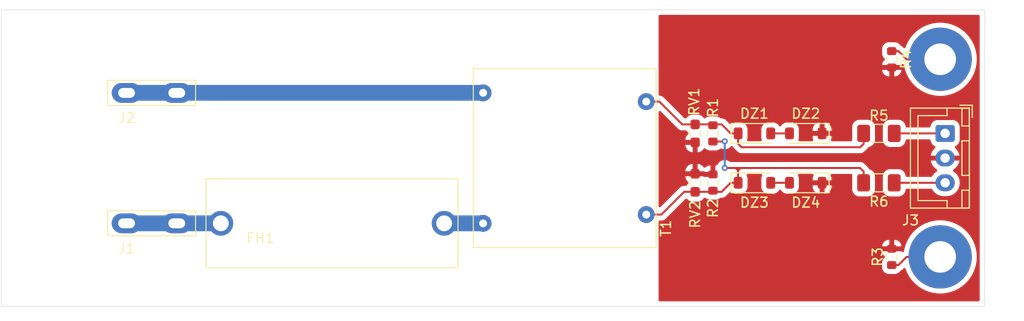
<source format=kicad_pcb>
(kicad_pcb (version 20240108) (generator "pcbnew") (generator_version "8.0")
  (layers (0 "F.Cu" signal) (31 "B.Cu" signal) (34 "B.Paste" user) (35 "F.Paste" user) (36 "B.SilkS" user "B.Silkscreen") (37 "F.SilkS" user "F.Silkscreen") (38 "B.Mask" user) (39 "F.Mask" user) (44 "Edge.Cuts" user))
  (net 0 "")
  (net 1 "Net-(DZ1-Pad2)")
  (net 2 "Net-(DZ1-Pad1)")
  (net 3 "GND")
  (net 4 "Net-(DZ3-Pad1)")
  (net 5 "Net-(DZ3-Pad2)")
  (net 6 "Net-(J3-Pin_1)")
  (net 7 "Net-(J3-Pin_3)")
  (net 8 "Net-(H3-Pad1)")
  (net 9 "Net-(H4-Pad1)")
  (net 10 "/HV_{L1}")
  (net 11 "/HV_{L}")
  (net 12 "/HV_{N}")
  (footprint "Koszalix_Transformers:PowerUC-TA1310-03" (layer "F.Cu") (at 132.745 99.605 90)
    (property "Reference" "T1" (at -0.5 18.5 90) (layer "F.SilkS"))
    (property "Value" "TA1310-03")
    (fp_rect (start -2.445 -0.995) (end 15.655 17.505) (stroke (width 0.1)) (fill none) (layer "F.SilkS"))
    (pad "1" thru_hole circle (at 0 0 90) (size 1.7 1.7) (drill 0.8) (layers "*.Cu" "*.Mask") (net 10 "/HV_{L1}"))
    (pad "2" thru_hole circle (at 13.21 0 90) (size 1.7 1.7) (drill 0.8) (layers "*.Cu" "*.Mask") (net 12 "/HV_{N}"))
    (pad "3" thru_hole circle (at 12.32 16.51 90) (size 1.7 1.7) (drill 0.8) (layers "*.Cu" "*.Mask") (net 2 "Net-(DZ1-Pad1)"))
    (pad "4" thru_hole circle (at 0.89 16.51 90) (size 1.7 1.7) (drill 0.8) (layers "*.Cu" "*.Mask") (net 4 "Net-(DZ3-Pad1)"))
  )
  (footprint "Koszalix_Connectors_Tab:TE-1-726388-2" (layer "F.Cu") (at 99.2 86.4)
    (property "Reference" "J2" (at -2.54 2.54 0) (layer "F.SilkS") (effects (font (thickness 0.1))))
    (property "Value" "~")
    (fp_rect (start -4.445 -1.27) (end 4.445 1.27) (stroke (width 0.1)) (fill none) (layer "F.SilkS"))
    (pad "1" thru_hole oval (at -2.54 0) (size 3 2) (drill oval 1.7 1) (layers "*.Cu" "*.Mask") (net 12 "/HV_{N}"))
    (pad "1" thru_hole oval (at 2.54 0) (size 3 2) (drill oval 1.7 1) (layers "*.Cu" "*.Mask") (net 12 "/HV_{N}"))
  )
  (footprint "Resistor_SMD:R_1206_3216Metric_Pad1.30x1.75mm_HandSolder" (layer "F.Cu") (at 172.8 95.5)
    (property "Reference" "R6" (at 0 1.9 0) (layer "F.SilkS"))
    (property "Value" "0R")
    (fp_line (start -0.727064 -0.91) (end 0.727064 -0.91) (stroke (width 0.12)) (layer "F.SilkS"))
    (fp_line (start -0.727064 0.91) (end 0.727064 0.91) (stroke (width 0.12)) (layer "F.SilkS"))
    (pad "1" smd roundrect (at -1.55 0) (size 1.3 1.75) (layers "F.Cu" "F.Paste" "F.Mask") (roundrect_rratio 0.192308) (net 4 "Net-(DZ3-Pad1)"))
    (pad "2" smd roundrect (at 1.55 0) (size 1.3 1.75) (layers "F.Cu" "F.Paste" "F.Mask") (roundrect_rratio 0.192308) (net 7 "Net-(J3-Pin_3)"))
  )
  (footprint "Diode_SMD:D_SOD-123" (layer "F.Cu") (at 160.2 95.5)
    (property "Reference" "DZ3" (at 0 2 0) (layer "F.SilkS"))
    (property "Value" "1V8")
    (fp_line (start -2.36 -1) (end -2.36 1) (stroke (width 0.12)) (layer "F.SilkS"))
    (fp_line (start -2.36 -1) (end 1.65 -1) (stroke (width 0.12)) (layer "F.SilkS"))
    (fp_line (start -2.36 1) (end 1.65 1) (stroke (width 0.12)) (layer "F.SilkS"))
    (pad "1" smd roundrect (at -1.65 0) (size 0.9 1.2) (layers "F.Cu" "F.Paste" "F.Mask") (net 4 "Net-(DZ3-Pad1)"))
    (pad "2" smd roundrect (at 1.65 0) (size 0.9 1.2) (layers "F.Cu" "F.Paste" "F.Mask") (net 5 "Net-(DZ3-Pad2)"))
  )
  (footprint "Resistor_SMD:R_0603_1608Metric" (layer "F.Cu") (at 174.1 103 90)
    (property "Reference" "R3" (at 0 -1.43 270) (layer "F.SilkS"))
    (property "Value" "0R")
    (fp_line (start -0.237258 -0.5225) (end 0.237258 -0.5225) (stroke (width 0.12)) (layer "F.SilkS"))
    (fp_line (start -0.237258 0.5225) (end 0.237258 0.5225) (stroke (width 0.12)) (layer "F.SilkS"))
    (pad "1" smd roundrect (at -0.825 0 90) (size 0.8 0.95) (layers "F.Cu" "F.Paste" "F.Mask") (net 8 "Net-(H3-Pad1)"))
    (pad "2" smd roundrect (at 0.825 0 90) (size 0.8 0.95) (layers "F.Cu" "F.Paste" "F.Mask") (net 3 "GND"))
  )
  (footprint "Resistor_SMD:R_0603_1608Metric" (layer "F.Cu") (at 156 95.475 90)
    (property "Reference" "R2" (at -2.6 0 270) (layer "F.SilkS"))
    (property "Value" "0R")
    (fp_line (start -0.237258 -0.5225) (end 0.237258 -0.5225) (stroke (width 0.12)) (layer "F.SilkS"))
    (fp_line (start -0.237258 0.5225) (end 0.237258 0.5225) (stroke (width 0.12)) (layer "F.SilkS"))
    (pad "1" smd roundrect (at -0.825 0 90) (size 0.8 0.95) (layers "F.Cu" "F.Paste" "F.Mask") (net 4 "Net-(DZ3-Pad1)"))
    (pad "2" smd roundrect (at 0.825 0 90) (size 0.8 0.95) (layers "F.Cu" "F.Paste" "F.Mask") (net 3 "GND"))
  )
  (footprint "Resistor_SMD:R_0603_1608Metric_Pad0.98x0.95mm_HandSolder" (layer "F.Cu") (at 154.2 90.5 -90)
    (property "Reference" "RV1" (at -3.2 0.1 90) (layer "F.SilkS"))
    (property "Value" "18V")
    (fp_line (start -0.254724 0.5225) (end 0.254724 0.5225) (stroke (width 0.12)) (layer "F.SilkS"))
    (fp_line (start -0.254724 -0.5225) (end 0.254724 -0.5225) (stroke (width 0.12)) (layer "F.SilkS"))
    (pad "1" smd roundrect (at -0.9125 0 270) (size 0.975 0.95) (layers "F.Cu" "F.Paste" "F.Mask") (net 2 "Net-(DZ1-Pad1)"))
    (pad "2" smd roundrect (at 0.9125 0 270) (size 0.975 0.95) (layers "F.Cu" "F.Paste" "F.Mask") (net 3 "GND"))
  )
  (footprint "MountingHole:MountingHole_3.2mm_M3" (layer "F.Cu") (at 89 103)
    (property "Reference" "H1" (hide yes))
    (property "Value" "MountingHole")
    (pad "" np_thru_hole circle (at 0 0) (size 3.2 3.2) (drill 3.2) (layers "*.Cu" "*.Mask"))
  )
  (footprint "Diode_SMD:D_SOD-123" (layer "F.Cu") (at 160.2 90.5)
    (property "Reference" "DZ1" (at 0 -2 0) (layer "F.SilkS"))
    (property "Value" "1V8")
    (fp_line (start -2.36 -1) (end -2.36 1) (stroke (width 0.12)) (layer "F.SilkS"))
    (fp_line (start -2.36 -1) (end 1.65 -1) (stroke (width 0.12)) (layer "F.SilkS"))
    (fp_line (start -2.36 1) (end 1.65 1) (stroke (width 0.12)) (layer "F.SilkS"))
    (pad "1" smd roundrect (at -1.65 0) (size 0.9 1.2) (layers "F.Cu" "F.Paste" "F.Mask") (net 2 "Net-(DZ1-Pad1)"))
    (pad "2" smd roundrect (at 1.65 0) (size 0.9 1.2) (layers "F.Cu" "F.Paste" "F.Mask") (net 1 "Net-(DZ1-Pad2)"))
  )
  (footprint "Diode_SMD:D_SOD-123" (layer "F.Cu") (at 165.4 95.5 180)
    (property "Reference" "DZ4" (at 0 -2 180) (layer "F.SilkS"))
    (property "Value" "1V8")
    (fp_line (start -2.36 1) (end 1.65 1) (stroke (width 0.12)) (layer "F.SilkS"))
    (fp_line (start -2.36 -1) (end 1.65 -1) (stroke (width 0.12)) (layer "F.SilkS"))
    (fp_line (start -2.36 -1) (end -2.36 1) (stroke (width 0.12)) (layer "F.SilkS"))
    (pad "1" smd roundrect (at -1.65 0 180) (size 0.9 1.2) (layers "F.Cu" "F.Paste" "F.Mask") (net 3 "GND"))
    (pad "2" smd roundrect (at 1.65 0 180) (size 0.9 1.2) (layers "F.Cu" "F.Paste" "F.Mask") (net 5 "Net-(DZ3-Pad2)"))
  )
  (footprint "Connector_JST:JST_XH_B3B-XH-A_1x03_P2.50mm_Vertical" (layer "F.Cu") (at 179.5 90.5 -90)
    (property "Reference" "J3" (at 8.8 3.5 180) (layer "F.SilkS"))
    (property "Value" "Conn_01x03")
    (fp_line (start -2.56 3.51) (end 7.56 3.51) (stroke (width 0.12)) (layer "F.SilkS"))
    (fp_line (start 7.56 3.51) (end 7.56 -2.46) (stroke (width 0.12)) (layer "F.SilkS"))
    (fp_line (start -1.8 2.75) (end 2.5 2.75) (stroke (width 0.12)) (layer "F.SilkS"))
    (fp_line (start 6.8 2.75) (end 2.5 2.75) (stroke (width 0.12)) (layer "F.SilkS"))
    (fp_line (start -2.55 -0.2) (end -1.8 -0.2) (stroke (width 0.12)) (layer "F.SilkS"))
    (fp_line (start -1.8 -0.2) (end -1.8 2.75) (stroke (width 0.12)) (layer "F.SilkS"))
    (fp_line (start 6.8 -0.2) (end 6.8 2.75) (stroke (width 0.12)) (layer "F.SilkS"))
    (fp_line (start 7.55 -0.2) (end 6.8 -0.2) (stroke (width 0.12)) (layer "F.SilkS"))
    (fp_line (start -2.55 -1.7) (end -0.75 -1.7) (stroke (width 0.12)) (layer "F.SilkS"))
    (fp_line (start -0.75 -1.7) (end -0.75 -2.45) (stroke (width 0.12)) (layer "F.SilkS"))
    (fp_line (start 0.75 -1.7) (end 4.25 -1.7) (stroke (width 0.12)) (layer "F.SilkS"))
    (fp_line (start 4.25 -1.7) (end 4.25 -2.45) (stroke (width 0.12)) (layer "F.SilkS"))
    (fp_line (start 5.75 -1.7) (end 7.55 -1.7) (stroke (width 0.12)) (layer "F.SilkS"))
    (fp_line (start 7.55 -1.7) (end 7.55 -2.45) (stroke (width 0.12)) (layer "F.SilkS"))
    (fp_line (start -2.55 -2.45) (end -2.55 -1.7) (stroke (width 0.12)) (layer "F.SilkS"))
    (fp_line (start -0.75 -2.45) (end -2.55 -2.45) (stroke (width 0.12)) (layer "F.SilkS"))
    (fp_line (start 0.75 -2.45) (end 0.75 -1.7) (stroke (width 0.12)) (layer "F.SilkS"))
    (fp_line (start 4.25 -2.45) (end 0.75 -2.45) (stroke (width 0.12)) (layer "F.SilkS"))
    (fp_line (start 5.75 -2.45) (end 5.75 -1.7) (stroke (width 0.12)) (layer "F.SilkS"))
    (fp_line (start 7.55 -2.45) (end 5.75 -2.45) (stroke (width 0.12)) (layer "F.SilkS"))
    (fp_line (start -2.56 -2.46) (end -2.56 3.51) (stroke (width 0.12)) (layer "F.SilkS"))
    (fp_line (start 7.56 -2.46) (end -2.56 -2.46) (stroke (width 0.12)) (layer "F.SilkS"))
    (fp_line (start -2.85 -2.75) (end -2.85 -1.5) (stroke (width 0.12)) (layer "F.SilkS"))
    (fp_line (start -1.6 -2.75) (end -2.85 -2.75) (stroke (width 0.12)) (layer "F.SilkS"))
    (pad "1" thru_hole roundrect (at 0 0 270) (size 1.7 1.95) (drill 0.95) (layers "*.Cu" "*.Mask") (roundrect_rratio 0.147059) (net 6 "Net-(J3-Pin_1)"))
    (pad "2" thru_hole oval (at 2.5 0 270) (size 1.7 1.95) (drill 0.95) (layers "*.Cu" "*.Mask") (net 3 "GND"))
    (pad "3" thru_hole oval (at 5 0 270) (size 1.7 1.95) (drill 0.95) (layers "*.Cu" "*.Mask") (net 7 "Net-(J3-Pin_3)"))
  )
  (footprint "Resistor_SMD:R_0603_1608Metric_Pad0.98x0.95mm_HandSolder" (layer "F.Cu") (at 154.2 95.5 90)
    (property "Reference" "RV2" (at -3.2 0 270) (layer "F.SilkS"))
    (property "Value" "18V")
    (fp_line (start -0.254724 -0.5225) (end 0.254724 -0.5225) (stroke (width 0.12)) (layer "F.SilkS"))
    (fp_line (start -0.254724 0.5225) (end 0.254724 0.5225) (stroke (width 0.12)) (layer "F.SilkS"))
    (pad "1" smd roundrect (at -0.9125 0 90) (size 0.975 0.95) (layers "F.Cu" "F.Paste" "F.Mask") (net 4 "Net-(DZ3-Pad1)"))
    (pad "2" smd roundrect (at 0.9125 0 90) (size 0.975 0.95) (layers "F.Cu" "F.Paste" "F.Mask") (net 3 "GND"))
  )
  (footprint "Resistor_SMD:R_1206_3216Metric_Pad1.30x1.75mm_HandSolder" (layer "F.Cu") (at 172.8 90.5)
    (property "Reference" "R5" (at 0 -1.8 0) (layer "F.SilkS"))
    (property "Value" "0R")
    (fp_line (start -0.727064 -0.91) (end 0.727064 -0.91) (stroke (width 0.12)) (layer "F.SilkS"))
    (fp_line (start -0.727064 0.91) (end 0.727064 0.91) (stroke (width 0.12)) (layer "F.SilkS"))
    (pad "1" smd roundrect (at -1.55 0) (size 1.3 1.75) (layers "F.Cu" "F.Paste" "F.Mask") (roundrect_rratio 0.192308) (net 2 "Net-(DZ1-Pad1)"))
    (pad "2" smd roundrect (at 1.55 0) (size 1.3 1.75) (layers "F.Cu" "F.Paste" "F.Mask") (roundrect_rratio 0.192308) (net 6 "Net-(J3-Pin_1)"))
  )
  (footprint "Koszalix_Fuse_Holders:ESKA_503.400" (layer "F.Cu") (at 106.2 99.6)
    (property "Reference" "FH1" (at 4 1.5 0) (layer "F.SilkS") (effects (font (thickness 0.1))))
    (property "Value" "503.400")
    (fp_rect (start -1.5 -4.5) (end 24 4.5) (stroke (width 0.1)) (fill none) (layer "F.SilkS"))
    (pad "1" thru_hole circle (at 0 0) (size 2.5 2.5) (drill 1.6) (layers "*.Cu" "*.Mask") (net 11 "/HV_{L}"))
    (pad "2" thru_hole circle (at 22.6 0) (size 2.5 2.5) (drill 1.6) (layers "*.Cu" "*.Mask") (net 10 "/HV_{L1}"))
  )
  (footprint "MountingHole:MountingHole_3.2mm_M3" (layer "F.Cu") (at 89 83)
    (property "Reference" "H2" (hide yes))
    (property "Value" "MountingHole")
    (pad "" np_thru_hole circle (at 0 0) (size 3.2 3.2) (drill 3.2) (layers "*.Cu" "*.Mask"))
  )
  (footprint "Koszalix_Connectors_Tab:TE-1-726388-2" (layer "F.Cu") (at 99.2 99.6)
    (property "Reference" "J1" (at -2.54 2.54 0) (layer "F.SilkS") (effects (font (thickness 0.1))))
    (property "Value" "~")
    (fp_rect (start -4.445 -1.27) (end 4.445 1.27) (stroke (width 0.1)) (fill none) (layer "F.SilkS"))
    (pad "1" thru_hole oval (at -2.54 0) (size 3 2) (drill oval 1.7 1) (layers "*.Cu" "*.Mask") (net 11 "/HV_{L}"))
    (pad "1" thru_hole oval (at 2.54 0) (size 3 2) (drill oval 1.7 1) (layers "*.Cu" "*.Mask") (net 11 "/HV_{L}"))
  )
  (footprint "MountingHole:MountingHole_3.2mm_M3_Pad" (layer "F.Cu") (at 179 103)
    (property "Reference" "H3" (hide yes))
    (property "Value" "MountingHole_Pad")
    (pad "1" thru_hole circle (at 0 0) (size 6.4 6.4) (drill 3.2) (layers "*.Cu" "*.Mask") (net 8 "Net-(H3-Pad1)"))
  )
  (footprint "Diode_SMD:D_SOD-123" (layer "F.Cu") (at 165.4 90.5 180)
    (property "Reference" "DZ2" (at 0 2 180) (layer "F.SilkS"))
    (property "Value" "1V8")
    (fp_line (start -2.36 1) (end 1.65 1) (stroke (width 0.12)) (layer "F.SilkS"))
    (fp_line (start -2.36 -1) (end 1.65 -1) (stroke (width 0.12)) (layer "F.SilkS"))
    (fp_line (start -2.36 -1) (end -2.36 1) (stroke (width 0.12)) (layer "F.SilkS"))
    (pad "1" smd roundrect (at -1.65 0 180) (size 0.9 1.2) (layers "F.Cu" "F.Paste" "F.Mask") (net 3 "GND"))
    (pad "2" smd roundrect (at 1.65 0 180) (size 0.9 1.2) (layers "F.Cu" "F.Paste" "F.Mask") (net 1 "Net-(DZ1-Pad2)"))
  )
  (footprint "Resistor_SMD:R_0603_1608Metric" (layer "F.Cu") (at 156 90.5 -90)
    (property "Reference" "R1" (at -2.6 0 90) (layer "F.SilkS"))
    (property "Value" "300R")
    (fp_line (start -0.237258 0.5225) (end 0.237258 0.5225) (stroke (width 0.12)) (layer "F.SilkS"))
    (fp_line (start -0.237258 -0.5225) (end 0.237258 -0.5225) (stroke (width 0.12)) (layer "F.SilkS"))
    (pad "1" smd roundrect (at -0.825 0 270) (size 0.8 0.95) (layers "F.Cu" "F.Paste" "F.Mask") (net 2 "Net-(DZ1-Pad1)"))
    (pad "2" smd roundrect (at 0.825 0 270) (size 0.8 0.95) (layers "F.Cu" "F.Paste" "F.Mask") (net 4 "Net-(DZ3-Pad1)"))
  )
  (footprint "Resistor_SMD:R_0603_1608Metric" (layer "F.Cu") (at 174.1 83 -90)
    (property "Reference" "R4" (at 0 -1.43 90) (layer "F.SilkS"))
    (property "Value" "0R")
    (fp_line (start -0.237258 0.5225) (end 0.237258 0.5225) (stroke (width 0.12)) (layer "F.SilkS"))
    (fp_line (start -0.237258 -0.5225) (end 0.237258 -0.5225) (stroke (width 0.12)) (layer "F.SilkS"))
    (pad "1" smd roundrect (at -0.825 0 270) (size 0.8 0.95) (layers "F.Cu" "F.Paste" "F.Mask") (net 9 "Net-(H4-Pad1)"))
    (pad "2" smd roundrect (at 0.825 0 270) (size 0.8 0.95) (layers "F.Cu" "F.Paste" "F.Mask") (net 3 "GND"))
  )
  (footprint "MountingHole:MountingHole_3.2mm_M3_Pad" (layer "F.Cu") (at 179 83)
    (property "Reference" "H4" (hide yes))
    (property "Value" "MountingHole_Pad")
    (pad "1" thru_hole circle (at 0 0) (size 6.4 6.4) (drill 3.2) (layers "*.Cu" "*.Mask") (net 9 "Net-(H4-Pad1)"))
  )
  (gr_rect (start 84 78) (end 183.5 108) (stroke (width 0.05)) (fill none) (layer "Edge.Cuts"))
  (segment (start 161.85 90.5) (end 163.75 90.5) (width 0.2) (layer "F.Cu") (net 1))
  (segment (start 158.55 90.5) (end 158.55 91.55) (width 0.2) (layer "F.Cu") (net 2))
  (segment (start 158.9 91.9) (end 170.9 91.9) (width 0.2) (layer "F.Cu") (net 2))
  (segment (start 154.2 89.5875) (end 152.8875 89.5875) (width 0.2) (layer "F.Cu") (net 2))
  (segment (start 170.9 91.9) (end 171.25 91.55) (width 0.2) (layer "F.Cu") (net 2))
  (segment (start 171.25 91.55) (end 171.25 90.5) (width 0.2) (layer "F.Cu") (net 2))
  (segment (start 156.8875 89.5875) (end 154.2 89.5875) (width 0.2) (layer "F.Cu") (net 2))
  (segment (start 152.8875 89.5875) (end 150.585 87.285) (width 0.2) (layer "F.Cu") (net 2))
  (segment (start 150.585 87.285) (end 149.255 87.285) (width 0.2) (layer "F.Cu") (net 2))
  (segment (start 158.55 91.55) (end 158.9 91.9) (width 0.2) (layer "F.Cu") (net 2))
  (segment (start 157.8 90.5) (end 156.8875 89.5875) (width 0.2) (layer "F.Cu") (net 2))
  (segment (start 158.55 90.5) (end 157.8 90.5) (width 0.2) (layer "F.Cu") (net 2))
  (segment (start 153.0875 96.4125) (end 154.2 96.4125) (width 0.2) (layer "F.Cu") (net 4))
  (segment (start 158.55 94.15) (end 158.4 94) (width 0.2) (layer "F.Cu") (net 4))
  (segment (start 158.55 94.25) (end 158.3 94) (width 0.2) (layer "F.Cu") (net 4))
  (segment (start 157.175 91.325) (end 157.2 91.3) (width 0.2) (layer "F.Cu") (net 4))
  (segment (start 156 91.325) (end 157.175 91.325) (width 0.2) (layer "F.Cu") (net 4))
  (segment (start 158.55 95.5) (end 158.55 94.25) (width 0.2) (layer "F.Cu") (net 4))
  (segment (start 154.2 96.4125) (end 156.8875 96.4125) (width 0.2) (layer "F.Cu") (net 4))
  (segment (start 158.55 94.25) (end 158.55 94.15) (width 0.2) (layer "F.Cu") (net 4))
  (segment (start 170.9 94) (end 171.25 94.35) (width 0.2) (layer "F.Cu") (net 4))
  (segment (start 158.4 94) (end 158.8 94) (width 0.2) (layer "F.Cu") (net 4))
  (segment (start 158.55 94.25) (end 158.8 94) (width 0.2) (layer "F.Cu") (net 4))
  (segment (start 158.8 94) (end 170.9 94) (width 0.2) (layer "F.Cu") (net 4))
  (segment (start 149.255 98.715) (end 150.785 98.715) (width 0.2) (layer "F.Cu") (net 4))
  (segment (start 157.2 94) (end 158.3 94) (width 0.2) (layer "F.Cu") (net 4))
  (segment (start 150.785 98.715) (end 153.0875 96.4125) (width 0.2) (layer "F.Cu") (net 4))
  (segment (start 157.8 95.5) (end 158.55 95.5) (width 0.2) (layer "F.Cu") (net 4))
  (segment (start 158.3 94) (end 158.4 94) (width 0.2) (layer "F.Cu") (net 4))
  (segment (start 171.25 94.35) (end 171.25 95.5) (width 0.2) (layer "F.Cu") (net 4))
  (segment (start 156.8875 96.4125) (end 157.8 95.5) (width 0.2) (layer "F.Cu") (net 4))
  (via (at 157.2 94) (size 0.6) (drill 0.3) (layers "F.Cu" "B.Cu") (net 4))
  (via (at 157.2 91.3) (size 0.6) (drill 0.3) (layers "F.Cu" "B.Cu") (net 4))
  (segment (start 157.2 92) (end 157.2 94) (width 0.2) (layer "B.Cu") (net 4))
  (segment (start 157.2 91.3) (end 157.2 92) (width 0.2) (layer "B.Cu") (net 4))
  (segment (start 163.75 95.5) (end 161.85 95.5) (width 0.2) (layer "F.Cu") (net 5))
  (segment (start 179.5 90.5) (end 174.35 90.5) (width 0.2) (layer "F.Cu") (net 6))
  (segment (start 174.35 95.5) (end 179.5 95.5) (width 0.2) (layer "F.Cu") (net 7))
  (segment (start 175.6 103) (end 179 103) (width 0.2) (layer "F.Cu") (net 8))
  (segment (start 174.775 103.825) (end 175.6 103) (width 0.2) (layer "F.Cu") (net 8))
  (segment (start 174.1 103.825) (end 174.775 103.825) (width 0.2) (layer "F.Cu") (net 8))
  (segment (start 175.6 83) (end 174.775 82.175) (width 0.2) (layer "F.Cu") (net 9))
  (segment (start 174.775 82.175) (end 174.1 82.175) (width 0.2) (layer "F.Cu") (net 9))
  (segment (start 179 83) (end 175.6 83) (width 0.2) (layer "F.Cu") (net 9))
  (segment (start 128.8 99.6) (end 132.74 99.6) (width 1.6) (layer "B.Cu") (net 10))
  (segment (start 132.74 99.6) (end 132.745 99.605) (width 1.6) (layer "B.Cu") (net 10))
  (segment (start 96.66 99.6) (end 106.2 99.6) (width 1.6) (layer "B.Cu") (net 11))
  (segment (start 132.745 86.395) (end 96.665 86.395) (width 1.6) (layer "B.Cu") (net 12))
  (segment (start 96.665 86.395) (end 96.66 86.4) (width 1.6) (layer "B.Cu") (net 12))
  (zone (net 3) (net_name "GND") (layer "F.Cu") (connect_pads (clearance 0.5)) (min_thickness 0.25) (fill yes (thermal_gap 0.5) (thermal_bridge_width 0.5))
    (polygon (pts (xy 150.5 77) (xy 150.5 109.5) (xy 187.5 109.5) (xy 187.5 77)))
  )
)
</source>
